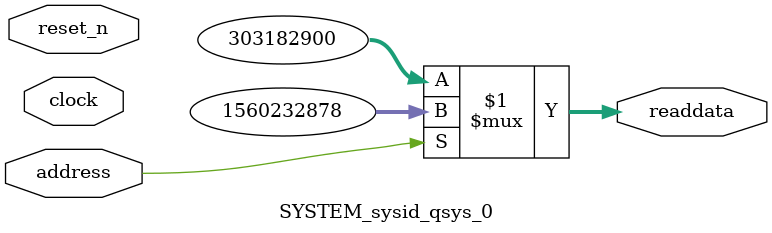
<source format=v>



// synthesis translate_off
`timescale 1ns / 1ps
// synthesis translate_on

// turn off superfluous verilog processor warnings 
// altera message_level Level1 
// altera message_off 10034 10035 10036 10037 10230 10240 10030 

module SYSTEM_sysid_qsys_0 (
               // inputs:
                address,
                clock,
                reset_n,

               // outputs:
                readdata
             )
;

  output  [ 31: 0] readdata;
  input            address;
  input            clock;
  input            reset_n;

  wire    [ 31: 0] readdata;
  //control_slave, which is an e_avalon_slave
  assign readdata = address ? 1560232878 : 303182900;

endmodule



</source>
